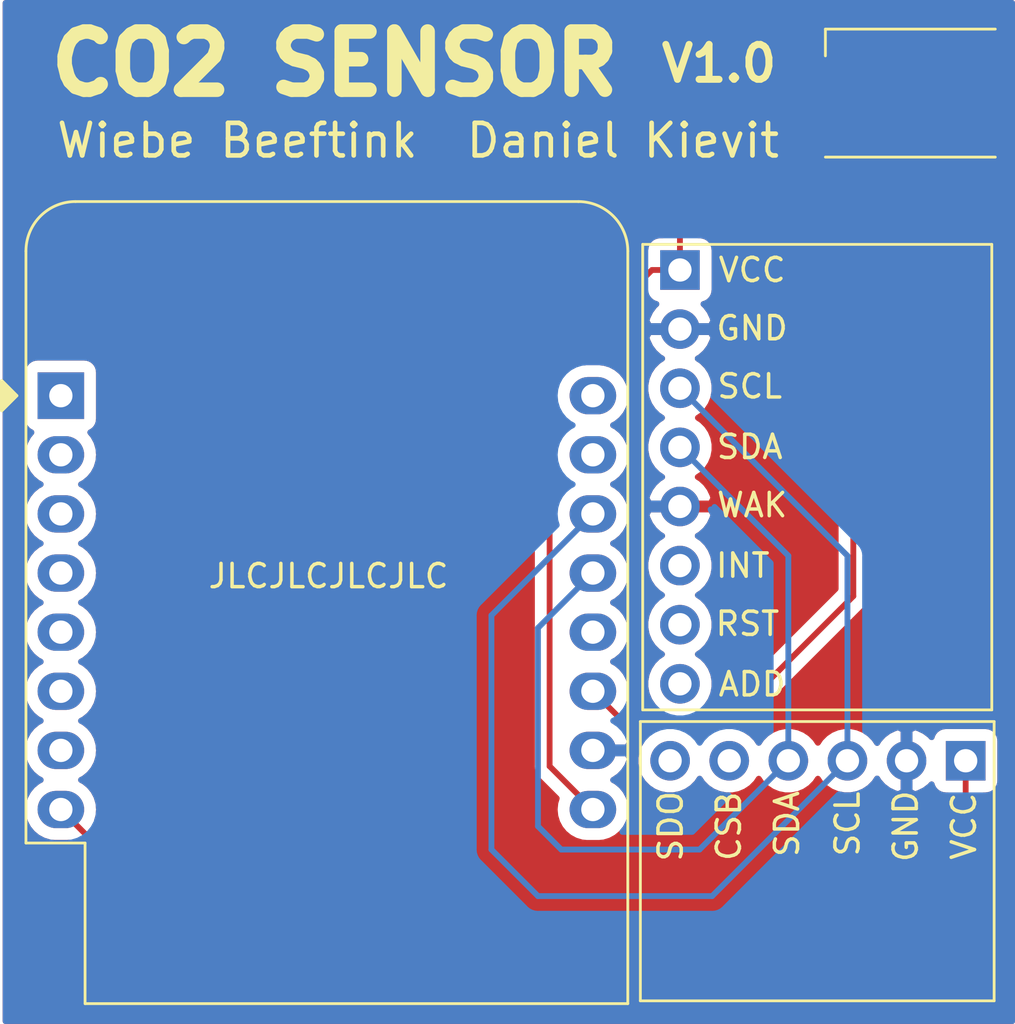
<source format=kicad_pcb>
(kicad_pcb (version 20171130) (host pcbnew "(5.1.10)-1")

  (general
    (thickness 1.6)
    (drawings 4)
    (tracks 29)
    (zones 0)
    (modules 4)
    (nets 23)
  )

  (page A4)
  (layers
    (0 F.Cu signal)
    (31 B.Cu signal)
    (32 B.Adhes user)
    (33 F.Adhes user)
    (34 B.Paste user)
    (35 F.Paste user)
    (36 B.SilkS user)
    (37 F.SilkS user)
    (38 B.Mask user)
    (39 F.Mask user)
    (40 Dwgs.User user)
    (41 Cmts.User user)
    (42 Eco1.User user)
    (43 Eco2.User user)
    (44 Edge.Cuts user)
    (45 Margin user)
    (46 B.CrtYd user)
    (47 F.CrtYd user)
    (48 B.Fab user)
    (49 F.Fab user)
  )

  (setup
    (last_trace_width 0.25)
    (trace_clearance 0.2)
    (zone_clearance 0.508)
    (zone_45_only no)
    (trace_min 0.2)
    (via_size 0.8)
    (via_drill 0.4)
    (via_min_size 0.4)
    (via_min_drill 0.3)
    (uvia_size 0.3)
    (uvia_drill 0.1)
    (uvias_allowed no)
    (uvia_min_size 0.2)
    (uvia_min_drill 0.1)
    (edge_width 0.05)
    (segment_width 0.2)
    (pcb_text_width 0.3)
    (pcb_text_size 1.5 1.5)
    (mod_edge_width 0.12)
    (mod_text_size 1 1)
    (mod_text_width 0.15)
    (pad_size 1.524 1.524)
    (pad_drill 0.762)
    (pad_to_mask_clearance 0)
    (aux_axis_origin 0 0)
    (visible_elements 7FFFFFFF)
    (pcbplotparams
      (layerselection 0x010f0_ffffffff)
      (usegerberextensions false)
      (usegerberattributes true)
      (usegerberadvancedattributes true)
      (creategerberjobfile true)
      (excludeedgelayer true)
      (linewidth 0.100000)
      (plotframeref false)
      (viasonmask false)
      (mode 1)
      (useauxorigin true)
      (hpglpennumber 1)
      (hpglpenspeed 20)
      (hpglpendiameter 15.000000)
      (psnegative false)
      (psa4output false)
      (plotreference true)
      (plotvalue true)
      (plotinvisibletext false)
      (padsonsilk false)
      (subtractmaskfromsilk false)
      (outputformat 1)
      (mirror false)
      (drillshape 0)
      (scaleselection 1)
      (outputdirectory "plots"))
  )

  (net 0 "")
  (net 1 GND)
  (net 2 "Net-(D1-Pad2)")
  (net 3 din)
  (net 4 +5V)
  (net 5 sda)
  (net 6 scl)
  (net 7 "Net-(J2-Pad8)")
  (net 8 "Net-(J2-Pad7)")
  (net 9 "Net-(J2-Pad6)")
  (net 10 "Net-(U1-Pad16)")
  (net 11 "Net-(U1-Pad15)")
  (net 12 "Net-(U1-Pad12)")
  (net 13 "Net-(U1-Pad7)")
  (net 14 "Net-(U1-Pad6)")
  (net 15 "Net-(U1-Pad5)")
  (net 16 "Net-(U1-Pad4)")
  (net 17 "Net-(U1-Pad3)")
  (net 18 "Net-(U1-Pad1)")
  (net 19 "Net-(U1-Pad2)")
  (net 20 "Net-(J1-Pad6)")
  (net 21 "Net-(J1-Pad5)")
  (net 22 +3V3)

  (net_class Default "This is the default net class."
    (clearance 0.2)
    (trace_width 0.25)
    (via_dia 0.8)
    (via_drill 0.4)
    (uvia_dia 0.3)
    (uvia_drill 0.1)
    (add_net +3V3)
    (add_net +5V)
    (add_net GND)
    (add_net "Net-(D1-Pad2)")
    (add_net "Net-(J1-Pad5)")
    (add_net "Net-(J1-Pad6)")
    (add_net "Net-(J2-Pad6)")
    (add_net "Net-(J2-Pad7)")
    (add_net "Net-(J2-Pad8)")
    (add_net "Net-(U1-Pad1)")
    (add_net "Net-(U1-Pad12)")
    (add_net "Net-(U1-Pad15)")
    (add_net "Net-(U1-Pad16)")
    (add_net "Net-(U1-Pad2)")
    (add_net "Net-(U1-Pad3)")
    (add_net "Net-(U1-Pad4)")
    (add_net "Net-(U1-Pad5)")
    (add_net "Net-(U1-Pad6)")
    (add_net "Net-(U1-Pad7)")
    (add_net din)
    (add_net scl)
    (add_net sda)
  )

  (module Monitor:CCS811 (layer F.Cu) (tedit 60B19CC6) (tstamp 60B16640)
    (at 117 61)
    (path /60B25397)
    (fp_text reference J2 (at 6.17 11.16) (layer F.SilkS) hide
      (effects (font (size 1 1) (thickness 0.15)))
    )
    (fp_text value CCS811 (at 2.8 0.1 90) (layer F.Fab)
      (effects (font (size 1 1) (thickness 0.15)))
    )
    (fp_line (start -7.5 -10) (end 7.5 -10) (layer F.SilkS) (width 0.12))
    (fp_line (start 7.5 -10) (end 7.5 10) (layer F.SilkS) (width 0.12))
    (fp_line (start 7.5 10) (end -7.5 10) (layer F.SilkS) (width 0.12))
    (fp_line (start -7.5 -10) (end -7.5 10) (layer F.SilkS) (width 0.12))
    (fp_text user ADD (at -2.8 8.9) (layer F.SilkS)
      (effects (font (size 1 1) (thickness 0.15)))
    )
    (fp_text user RST (at -3 6.3) (layer F.SilkS)
      (effects (font (size 1 1) (thickness 0.15)))
    )
    (fp_text user INT (at -3.2 3.8) (layer F.SilkS)
      (effects (font (size 1 1) (thickness 0.15)))
    )
    (fp_text user WAK (at -2.8 1.2) (layer F.SilkS)
      (effects (font (size 1 1) (thickness 0.15)))
    )
    (fp_text user SDA (at -2.9 -1.3) (layer F.SilkS)
      (effects (font (size 1 1) (thickness 0.15)))
    )
    (fp_text user SCL (at -2.9 -3.9) (layer F.SilkS)
      (effects (font (size 1 1) (thickness 0.15)))
    )
    (fp_text user GND (at -2.8 -6.4) (layer F.SilkS)
      (effects (font (size 1 1) (thickness 0.15)))
    )
    (fp_text user VCC (at -2.8 -8.9) (layer F.SilkS)
      (effects (font (size 1 1) (thickness 0.15)))
    )
    (pad 4 thru_hole oval (at -5.9 -1.28) (size 1.7 1.7) (drill 1) (layers *.Cu *.Mask)
      (net 5 sda))
    (pad 7 thru_hole oval (at -5.9 6.34) (size 1.7 1.7) (drill 1) (layers *.Cu *.Mask)
      (net 8 "Net-(J2-Pad7)"))
    (pad 5 thru_hole oval (at -5.9 1.26) (size 1.7 1.7) (drill 1) (layers *.Cu *.Mask)
      (net 1 GND))
    (pad 2 thru_hole oval (at -5.9 -6.36) (size 1.7 1.7) (drill 1) (layers *.Cu *.Mask)
      (net 1 GND))
    (pad 3 thru_hole oval (at -5.9 -3.82) (size 1.7 1.7) (drill 1) (layers *.Cu *.Mask)
      (net 6 scl))
    (pad 6 thru_hole oval (at -5.9 3.8) (size 1.7 1.7) (drill 1) (layers *.Cu *.Mask)
      (net 9 "Net-(J2-Pad6)"))
    (pad 8 thru_hole oval (at -5.9 8.88) (size 1.7 1.7) (drill 1) (layers *.Cu *.Mask)
      (net 7 "Net-(J2-Pad8)"))
    (pad 1 thru_hole rect (at -5.9 -8.9) (size 1.7 1.7) (drill 1) (layers *.Cu *.Mask)
      (net 4 +5V))
  )

  (module Monitor:BMP280 (layer F.Cu) (tedit 60B19CCF) (tstamp 60B2181E)
    (at 117 77.5 270)
    (path /60B1AB60)
    (fp_text reference J1 (at -6.89 6.83) (layer F.SilkS) hide
      (effects (font (size 1 1) (thickness 0.15)))
    )
    (fp_text value BMP280 (at 3 0 unlocked) (layer F.Fab)
      (effects (font (size 1 1) (thickness 0.15)))
    )
    (fp_line (start -2.945329 7.592611) (end -5.485329 7.592611) (layer F.Fab) (width 0.1))
    (fp_line (start 6 7.6) (end 6 -7.6) (layer F.SilkS) (width 0.12))
    (fp_line (start -6 -7.6) (end 6 -7.6) (layer F.SilkS) (width 0.12))
    (fp_line (start -6 7.6) (end -6 -7.6) (layer F.SilkS) (width 0.12))
    (fp_line (start 6 7.6) (end -6 7.6) (layer F.SilkS) (width 0.12))
    (fp_text user SDO (at -1.5 6.3 90) (layer F.SilkS)
      (effects (font (size 1 1) (thickness 0.15)))
    )
    (fp_text user CSB (at -1.5 3.8 90) (layer F.SilkS)
      (effects (font (size 1 1) (thickness 0.15)))
    )
    (fp_text user SDA (at -1.6 1.3 90) (layer F.SilkS)
      (effects (font (size 1 1) (thickness 0.15)))
    )
    (fp_text user SCL (at -1.6 -1.3 90) (layer F.SilkS)
      (effects (font (size 1 1) (thickness 0.15)))
    )
    (fp_text user GND (at -1.5 -3.8 90) (layer F.SilkS)
      (effects (font (size 1 1) (thickness 0.15)))
    )
    (fp_text user VCC (at -1.5 -6.3 90) (layer F.SilkS)
      (effects (font (size 1 1) (thickness 0.15)))
    )
    (pad 3 thru_hole oval (at -4.315329 -1.297389 270) (size 1.7 1.7) (drill 1) (layers *.Cu *.Mask)
      (net 6 scl))
    (pad 6 thru_hole oval (at -4.315329 6.322611 270) (size 1.7 1.7) (drill 1) (layers *.Cu *.Mask)
      (net 20 "Net-(J1-Pad6)"))
    (pad 2 thru_hole oval (at -4.315329 -3.837389 270) (size 1.7 1.7) (drill 1) (layers *.Cu *.Mask)
      (net 1 GND))
    (pad 4 thru_hole oval (at -4.315329 1.242611 270) (size 1.7 1.7) (drill 1) (layers *.Cu *.Mask)
      (net 5 sda))
    (pad 5 thru_hole oval (at -4.315329 3.782611 270) (size 1.7 1.7) (drill 1) (layers *.Cu *.Mask)
      (net 21 "Net-(J1-Pad5)"))
    (pad 1 thru_hole rect (at -4.315329 -6.377389 270) (size 1.7 1.7) (drill 1) (layers *.Cu *.Mask)
      (net 22 +3V3))
  )

  (module Module:WEMOS_D1_mini_light (layer F.Cu) (tedit 5BBFB1CE) (tstamp 60B19065)
    (at 84.5 57.5)
    (descr "16-pin module, column spacing 22.86 mm (900 mils), https://wiki.wemos.cc/products:d1:d1_mini, https://c1.staticflickr.com/1/734/31400410271_f278b087db_z.jpg")
    (tags "ESP8266 WiFi microcontroller")
    (path /60B1ABDB)
    (fp_text reference U1 (at -0.33 22.35) (layer F.SilkS) hide
      (effects (font (size 1 1) (thickness 0.15)))
    )
    (fp_text value WeMos_D1_mini (at 11.7 0) (layer F.Fab)
      (effects (font (size 1 1) (thickness 0.15)))
    )
    (fp_line (start 1.04 26.12) (end 24.36 26.12) (layer F.SilkS) (width 0.12))
    (fp_line (start -1.5 19.22) (end -1.5 -6.21) (layer F.SilkS) (width 0.12))
    (fp_line (start 24.36 26.12) (end 24.36 -6.21) (layer F.SilkS) (width 0.12))
    (fp_line (start 22.24 -8.34) (end 0.63 -8.34) (layer F.SilkS) (width 0.12))
    (fp_line (start 1.17 25.99) (end 24.23 25.99) (layer F.Fab) (width 0.1))
    (fp_line (start 24.23 25.99) (end 24.23 -6.21) (layer F.Fab) (width 0.1))
    (fp_line (start 22.23 -8.21) (end 0.63 -8.21) (layer F.Fab) (width 0.1))
    (fp_line (start -1.37 1) (end -1.37 19.09) (layer F.Fab) (width 0.1))
    (fp_line (start -1.62 -8.46) (end 24.48 -8.46) (layer F.CrtYd) (width 0.05))
    (fp_line (start 24.48 -8.41) (end 24.48 26.24) (layer F.CrtYd) (width 0.05))
    (fp_line (start 24.48 26.24) (end -1.62 26.24) (layer F.CrtYd) (width 0.05))
    (fp_line (start -1.62 26.24) (end -1.62 -8.46) (layer F.CrtYd) (width 0.05))
    (fp_poly (pts (xy -2.54 -0.635) (xy -2.54 0.635) (xy -1.905 0)) (layer F.SilkS) (width 0.15))
    (fp_line (start -1.35 -1.4) (end 24.25 -1.4) (layer Dwgs.User) (width 0.1))
    (fp_line (start 24.25 -1.4) (end 24.25 -8.2) (layer Dwgs.User) (width 0.1))
    (fp_line (start 24.25 -8.2) (end -1.35 -8.2) (layer Dwgs.User) (width 0.1))
    (fp_line (start -1.35 -8.2) (end -1.35 -1.4) (layer Dwgs.User) (width 0.1))
    (fp_line (start -1.35 -1.4) (end 5.45 -8.2) (layer Dwgs.User) (width 0.1))
    (fp_line (start 0.65 -1.4) (end 7.45 -8.2) (layer Dwgs.User) (width 0.1))
    (fp_line (start 2.65 -1.4) (end 9.45 -8.2) (layer Dwgs.User) (width 0.1))
    (fp_line (start 4.65 -1.4) (end 11.45 -8.2) (layer Dwgs.User) (width 0.1))
    (fp_line (start 6.65 -1.4) (end 13.45 -8.2) (layer Dwgs.User) (width 0.1))
    (fp_line (start 8.65 -1.4) (end 15.45 -8.2) (layer Dwgs.User) (width 0.1))
    (fp_line (start 10.65 -1.4) (end 17.45 -8.2) (layer Dwgs.User) (width 0.1))
    (fp_line (start 12.65 -1.4) (end 19.45 -8.2) (layer Dwgs.User) (width 0.1))
    (fp_line (start 14.65 -1.4) (end 21.45 -8.2) (layer Dwgs.User) (width 0.1))
    (fp_line (start 16.65 -1.4) (end 23.45 -8.2) (layer Dwgs.User) (width 0.1))
    (fp_line (start 18.65 -1.4) (end 24.25 -7) (layer Dwgs.User) (width 0.1))
    (fp_line (start 20.65 -1.4) (end 24.25 -5) (layer Dwgs.User) (width 0.1))
    (fp_line (start 22.65 -1.4) (end 24.25 -3) (layer Dwgs.User) (width 0.1))
    (fp_line (start -1.35 -3.4) (end 3.45 -8.2) (layer Dwgs.User) (width 0.1))
    (fp_line (start -1.3 -5.45) (end 1.45 -8.2) (layer Dwgs.User) (width 0.1))
    (fp_line (start -1.35 -7.4) (end -0.55 -8.2) (layer Dwgs.User) (width 0.1))
    (fp_line (start -1.37 19.09) (end 1.17 19.09) (layer F.Fab) (width 0.1))
    (fp_line (start 1.17 19.09) (end 1.17 25.99) (layer F.Fab) (width 0.1))
    (fp_line (start -1.37 -6.21) (end -1.37 -1) (layer F.Fab) (width 0.1))
    (fp_line (start -1.37 1) (end -0.37 0) (layer F.Fab) (width 0.1))
    (fp_line (start -0.37 0) (end -1.37 -1) (layer F.Fab) (width 0.1))
    (fp_line (start -1.5 19.22) (end 1.04 19.22) (layer F.SilkS) (width 0.12))
    (fp_line (start 1.04 19.22) (end 1.04 26.12) (layer F.SilkS) (width 0.12))
    (fp_text user "No copper" (at 11.43 -3.81) (layer Cmts.User)
      (effects (font (size 1 1) (thickness 0.15)))
    )
    (fp_text user "KEEP OUT" (at 11.43 -6.35) (layer Cmts.User)
      (effects (font (size 1 1) (thickness 0.15)))
    )
    (fp_arc (start 22.23 -6.21) (end 24.36 -6.21) (angle -90) (layer F.SilkS) (width 0.12))
    (fp_arc (start 0.63 -6.21) (end 0.63 -8.34) (angle -90) (layer F.SilkS) (width 0.12))
    (fp_arc (start 22.23 -6.21) (end 24.23 -6.19) (angle -90) (layer F.Fab) (width 0.1))
    (fp_arc (start 0.63 -6.21) (end 0.63 -8.21) (angle -90) (layer F.Fab) (width 0.1))
    (fp_text user %R (at 11.43 10) (layer F.Fab)
      (effects (font (size 1 1) (thickness 0.15)))
    )
    (pad 16 thru_hole oval (at 22.86 0) (size 2 1.6) (drill 1) (layers *.Cu *.Mask)
      (net 10 "Net-(U1-Pad16)"))
    (pad 15 thru_hole oval (at 22.86 2.54) (size 2 1.6) (drill 1) (layers *.Cu *.Mask)
      (net 11 "Net-(U1-Pad15)"))
    (pad 14 thru_hole oval (at 22.86 5.08) (size 2 1.6) (drill 1) (layers *.Cu *.Mask)
      (net 6 scl))
    (pad 13 thru_hole oval (at 22.86 7.62) (size 2 1.6) (drill 1) (layers *.Cu *.Mask)
      (net 5 sda))
    (pad 12 thru_hole oval (at 22.86 10.16) (size 2 1.6) (drill 1) (layers *.Cu *.Mask)
      (net 12 "Net-(U1-Pad12)"))
    (pad 11 thru_hole oval (at 22.86 12.7) (size 2 1.6) (drill 1) (layers *.Cu *.Mask)
      (net 3 din))
    (pad 10 thru_hole oval (at 22.86 15.24) (size 2 1.6) (drill 1) (layers *.Cu *.Mask)
      (net 1 GND))
    (pad 9 thru_hole oval (at 22.86 17.78) (size 2 1.6) (drill 1) (layers *.Cu *.Mask)
      (net 4 +5V))
    (pad 8 thru_hole oval (at 0 17.78) (size 2 1.6) (drill 1) (layers *.Cu *.Mask)
      (net 22 +3V3))
    (pad 7 thru_hole oval (at 0 15.24) (size 2 1.6) (drill 1) (layers *.Cu *.Mask)
      (net 13 "Net-(U1-Pad7)"))
    (pad 6 thru_hole oval (at 0 12.7) (size 2 1.6) (drill 1) (layers *.Cu *.Mask)
      (net 14 "Net-(U1-Pad6)"))
    (pad 5 thru_hole oval (at 0 10.16) (size 2 1.6) (drill 1) (layers *.Cu *.Mask)
      (net 15 "Net-(U1-Pad5)"))
    (pad 4 thru_hole oval (at 0 7.62) (size 2 1.6) (drill 1) (layers *.Cu *.Mask)
      (net 16 "Net-(U1-Pad4)"))
    (pad 3 thru_hole oval (at 0 5.08) (size 2 1.6) (drill 1) (layers *.Cu *.Mask)
      (net 17 "Net-(U1-Pad3)"))
    (pad 1 thru_hole rect (at 0 0) (size 2 2) (drill 1) (layers *.Cu *.Mask)
      (net 18 "Net-(U1-Pad1)"))
    (pad 2 thru_hole oval (at 0 2.54) (size 2 1.6) (drill 1) (layers *.Cu *.Mask)
      (net 19 "Net-(U1-Pad2)"))
    (model ${KISYS3DMOD}/Module.3dshapes/WEMOS_D1_mini_light.wrl
      (at (xyz 0 0 0))
      (scale (xyz 1 1 1))
      (rotate (xyz 0 0 0))
    )
    (model ${KISYS3DMOD}/Connector_PinHeader_2.54mm.3dshapes/PinHeader_1x08_P2.54mm_Vertical.wrl
      (offset (xyz 0 0 9.5))
      (scale (xyz 1 1 1))
      (rotate (xyz 0 -180 0))
    )
    (model ${KISYS3DMOD}/Connector_PinHeader_2.54mm.3dshapes/PinHeader_1x08_P2.54mm_Vertical.wrl
      (offset (xyz 22.86 0 9.5))
      (scale (xyz 1 1 1))
      (rotate (xyz 0 -180 0))
    )
    (model ${KISYS3DMOD}/Connector_PinSocket_2.54mm.3dshapes/PinSocket_1x08_P2.54mm_Vertical.wrl
      (at (xyz 0 0 0))
      (scale (xyz 1 1 1))
      (rotate (xyz 0 0 0))
    )
    (model ${KISYS3DMOD}/Connector_PinSocket_2.54mm.3dshapes/PinSocket_1x08_P2.54mm_Vertical.wrl
      (offset (xyz 22.86 0 0))
      (scale (xyz 1 1 1))
      (rotate (xyz 0 0 0))
    )
  )

  (module LED_SMD:LED_WS2812B_PLCC4_5.0x5.0mm_P3.2mm (layer F.Cu) (tedit 5AA4B285) (tstamp 60B195C4)
    (at 121 44.5 180)
    (descr https://cdn-shop.adafruit.com/datasheets/WS2812B.pdf)
    (tags "LED RGB NeoPixel")
    (path /60B45FFC)
    (attr smd)
    (fp_text reference D1 (at 0.05 0.05) (layer F.SilkS) hide
      (effects (font (size 1 1) (thickness 0.15)))
    )
    (fp_text value WS2812B (at 0 -3.5) (layer F.Fab) hide
      (effects (font (size 1 1) (thickness 0.15)))
    )
    (fp_line (start 3.45 -2.75) (end -3.45 -2.75) (layer F.CrtYd) (width 0.05))
    (fp_line (start 3.45 2.75) (end 3.45 -2.75) (layer F.CrtYd) (width 0.05))
    (fp_line (start -3.45 2.75) (end 3.45 2.75) (layer F.CrtYd) (width 0.05))
    (fp_line (start -3.45 -2.75) (end -3.45 2.75) (layer F.CrtYd) (width 0.05))
    (fp_line (start 2.5 1.5) (end 1.5 2.5) (layer F.Fab) (width 0.1))
    (fp_line (start -2.5 -2.5) (end -2.5 2.5) (layer F.Fab) (width 0.1))
    (fp_line (start -2.5 2.5) (end 2.5 2.5) (layer F.Fab) (width 0.1))
    (fp_line (start 2.5 2.5) (end 2.5 -2.5) (layer F.Fab) (width 0.1))
    (fp_line (start 2.5 -2.5) (end -2.5 -2.5) (layer F.Fab) (width 0.1))
    (fp_line (start -3.65 -2.75) (end 3.65 -2.75) (layer F.SilkS) (width 0.12))
    (fp_line (start -3.65 2.75) (end 3.65 2.75) (layer F.SilkS) (width 0.12))
    (fp_line (start 3.65 2.75) (end 3.65 1.6) (layer F.SilkS) (width 0.12))
    (fp_circle (center 0 0) (end 0 -2) (layer F.Fab) (width 0.1))
    (fp_text user %R (at 0 0) (layer F.Fab)
      (effects (font (size 0.8 0.8) (thickness 0.15)))
    )
    (fp_text user 1 (at -4.15 -1.6) (layer F.SilkS) hide
      (effects (font (size 1 1) (thickness 0.15)))
    )
    (pad 1 smd rect (at -2.45 -1.6 180) (size 1.5 1) (layers F.Cu F.Paste F.Mask)
      (net 1 GND))
    (pad 2 smd rect (at -2.45 1.6 180) (size 1.5 1) (layers F.Cu F.Paste F.Mask)
      (net 2 "Net-(D1-Pad2)"))
    (pad 4 smd rect (at 2.45 -1.6 180) (size 1.5 1) (layers F.Cu F.Paste F.Mask)
      (net 3 din))
    (pad 3 smd rect (at 2.45 1.6 180) (size 1.5 1) (layers F.Cu F.Paste F.Mask)
      (net 4 +5V))
    (model ${KISYS3DMOD}/LED_SMD.3dshapes/LED_WS2812B_PLCC4_5.0x5.0mm_P3.2mm.wrl
      (at (xyz 0 0 0))
      (scale (xyz 1 1 1))
      (rotate (xyz 0 0 0))
    )
  )

  (gr_text JLCJLCJLCJLC (at 96 65.25) (layer F.SilkS)
    (effects (font (size 1 1) (thickness 0.15)))
  )
  (gr_text "Wiebe Beeftink  Daniel Kievit" (at 99.85 46.54) (layer F.SilkS)
    (effects (font (size 1.4 1.4) (thickness 0.2)))
  )
  (gr_text V1.0 (at 112.78 43.23) (layer F.SilkS)
    (effects (font (size 1.5 1.5) (thickness 0.3)))
  )
  (gr_text "CO2 SENSOR" (at 96.27 43.23) (layer F.SilkS)
    (effects (font (size 2.5 2.5) (thickness 0.625)))
  )

  (segment (start 118.55 66.113058) (end 113.063058 71.6) (width 0.25) (layer F.Cu) (net 3))
  (segment (start 118.55 46.1) (end 118.55 66.113058) (width 0.25) (layer F.Cu) (net 3))
  (segment (start 108.76 71.6) (end 107.36 70.2) (width 0.25) (layer F.Cu) (net 3))
  (segment (start 113.063058 71.6) (end 108.76 71.6) (width 0.25) (layer F.Cu) (net 3))
  (segment (start 111.1 50.35) (end 111.1 52.1) (width 0.25) (layer F.Cu) (net 4))
  (segment (start 111.1 52.1) (end 109.9 52.1) (width 0.25) (layer F.Cu) (net 4))
  (segment (start 109.9 52.1) (end 105.5 56.5) (width 0.25) (layer F.Cu) (net 4))
  (segment (start 105.5 73.42) (end 107.36 75.28) (width 0.25) (layer F.Cu) (net 4))
  (segment (start 105.5 56.5) (end 105.5 73.42) (width 0.25) (layer F.Cu) (net 4))
  (segment (start 118.55 42.9) (end 111.1 50.35) (width 0.25) (layer F.Cu) (net 4))
  (segment (start 105 76) (end 105 67.48) (width 0.25) (layer B.Cu) (net 5))
  (segment (start 106 77) (end 105 76) (width 0.25) (layer B.Cu) (net 5))
  (segment (start 111.94206 77) (end 106 77) (width 0.25) (layer B.Cu) (net 5))
  (segment (start 105 67.48) (end 107.36 65.12) (width 0.25) (layer B.Cu) (net 5))
  (segment (start 115.757389 73.184671) (end 111.94206 77) (width 0.25) (layer B.Cu) (net 5))
  (segment (start 115.757389 64.377389) (end 115.757389 73.184671) (width 0.25) (layer B.Cu) (net 5))
  (segment (start 111.1 59.72) (end 115.757389 64.377389) (width 0.25) (layer B.Cu) (net 5))
  (segment (start 118.297389 64.377389) (end 118.297389 73.184671) (width 0.25) (layer B.Cu) (net 6))
  (segment (start 111.1 57.18) (end 118.297389 64.377389) (width 0.25) (layer B.Cu) (net 6))
  (segment (start 107.36 62.58) (end 103 66.94) (width 0.25) (layer B.Cu) (net 6))
  (segment (start 103 66.94) (end 103 77) (width 0.25) (layer B.Cu) (net 6))
  (segment (start 103 77) (end 105 79) (width 0.25) (layer B.Cu) (net 6))
  (segment (start 112.48206 79) (end 118.297389 73.184671) (width 0.25) (layer B.Cu) (net 6))
  (segment (start 105 79) (end 112.48206 79) (width 0.25) (layer B.Cu) (net 6))
  (segment (start 84.5 75.28) (end 83.78 75.28) (width 0.25) (layer B.Cu) (net 22))
  (segment (start 84.5 75.28) (end 91.22 82) (width 0.25) (layer F.Cu) (net 22))
  (segment (start 91.22 82) (end 120.5 82) (width 0.25) (layer F.Cu) (net 22))
  (segment (start 123.377389 79.122611) (end 123.377389 73.184671) (width 0.25) (layer F.Cu) (net 22))
  (segment (start 120.5 82) (end 123.377389 79.122611) (width 0.25) (layer F.Cu) (net 22))

  (zone (net 1) (net_name GND) (layer B.Cu) (tstamp 60B23B02) (hatch edge 0.508)
    (connect_pads (clearance 0.508))
    (min_thickness 0.254)
    (fill yes (arc_segments 32) (thermal_gap 0.508) (thermal_bridge_width 0.508))
    (polygon
      (pts
        (xy 125.5 84.5) (xy 82 84.5) (xy 82 40.5) (xy 125.5 40.5)
      )
    )
    (filled_polygon
      (pts
        (xy 125.373 84.373) (xy 82.127 84.373) (xy 82.127 60.04) (xy 82.858057 60.04) (xy 82.885764 60.321309)
        (xy 82.967818 60.591808) (xy 83.101068 60.841101) (xy 83.280392 61.059608) (xy 83.498899 61.238932) (xy 83.631858 61.31)
        (xy 83.498899 61.381068) (xy 83.280392 61.560392) (xy 83.101068 61.778899) (xy 82.967818 62.028192) (xy 82.885764 62.298691)
        (xy 82.858057 62.58) (xy 82.885764 62.861309) (xy 82.967818 63.131808) (xy 83.101068 63.381101) (xy 83.280392 63.599608)
        (xy 83.498899 63.778932) (xy 83.631858 63.85) (xy 83.498899 63.921068) (xy 83.280392 64.100392) (xy 83.101068 64.318899)
        (xy 82.967818 64.568192) (xy 82.885764 64.838691) (xy 82.858057 65.12) (xy 82.885764 65.401309) (xy 82.967818 65.671808)
        (xy 83.101068 65.921101) (xy 83.280392 66.139608) (xy 83.498899 66.318932) (xy 83.631858 66.39) (xy 83.498899 66.461068)
        (xy 83.280392 66.640392) (xy 83.101068 66.858899) (xy 82.967818 67.108192) (xy 82.885764 67.378691) (xy 82.858057 67.66)
        (xy 82.885764 67.941309) (xy 82.967818 68.211808) (xy 83.101068 68.461101) (xy 83.280392 68.679608) (xy 83.498899 68.858932)
        (xy 83.631858 68.93) (xy 83.498899 69.001068) (xy 83.280392 69.180392) (xy 83.101068 69.398899) (xy 82.967818 69.648192)
        (xy 82.885764 69.918691) (xy 82.858057 70.2) (xy 82.885764 70.481309) (xy 82.967818 70.751808) (xy 83.101068 71.001101)
        (xy 83.280392 71.219608) (xy 83.498899 71.398932) (xy 83.631858 71.47) (xy 83.498899 71.541068) (xy 83.280392 71.720392)
        (xy 83.101068 71.938899) (xy 82.967818 72.188192) (xy 82.885764 72.458691) (xy 82.858057 72.74) (xy 82.885764 73.021309)
        (xy 82.967818 73.291808) (xy 83.101068 73.541101) (xy 83.280392 73.759608) (xy 83.498899 73.938932) (xy 83.631858 74.01)
        (xy 83.498899 74.081068) (xy 83.280392 74.260392) (xy 83.101068 74.478899) (xy 82.967818 74.728192) (xy 82.885764 74.998691)
        (xy 82.858057 75.28) (xy 82.885764 75.561309) (xy 82.967818 75.831808) (xy 83.101068 76.081101) (xy 83.280392 76.299608)
        (xy 83.498899 76.478932) (xy 83.748192 76.612182) (xy 84.018691 76.694236) (xy 84.229508 76.715) (xy 84.770492 76.715)
        (xy 84.981309 76.694236) (xy 85.251808 76.612182) (xy 85.501101 76.478932) (xy 85.719608 76.299608) (xy 85.898932 76.081101)
        (xy 86.032182 75.831808) (xy 86.114236 75.561309) (xy 86.141943 75.28) (xy 86.114236 74.998691) (xy 86.032182 74.728192)
        (xy 85.898932 74.478899) (xy 85.719608 74.260392) (xy 85.501101 74.081068) (xy 85.368142 74.01) (xy 85.501101 73.938932)
        (xy 85.719608 73.759608) (xy 85.898932 73.541101) (xy 86.032182 73.291808) (xy 86.114236 73.021309) (xy 86.141943 72.74)
        (xy 86.114236 72.458691) (xy 86.032182 72.188192) (xy 85.898932 71.938899) (xy 85.719608 71.720392) (xy 85.501101 71.541068)
        (xy 85.368142 71.47) (xy 85.501101 71.398932) (xy 85.719608 71.219608) (xy 85.898932 71.001101) (xy 86.032182 70.751808)
        (xy 86.114236 70.481309) (xy 86.141943 70.2) (xy 86.114236 69.918691) (xy 86.032182 69.648192) (xy 85.898932 69.398899)
        (xy 85.719608 69.180392) (xy 85.501101 69.001068) (xy 85.368142 68.93) (xy 85.501101 68.858932) (xy 85.719608 68.679608)
        (xy 85.898932 68.461101) (xy 86.032182 68.211808) (xy 86.114236 67.941309) (xy 86.141943 67.66) (xy 86.114236 67.378691)
        (xy 86.032182 67.108192) (xy 85.942282 66.94) (xy 102.236324 66.94) (xy 102.24 66.977322) (xy 102.240001 76.962668)
        (xy 102.236324 77) (xy 102.250998 77.148985) (xy 102.294454 77.292246) (xy 102.365026 77.424276) (xy 102.436201 77.511002)
        (xy 102.46 77.540001) (xy 102.488998 77.563799) (xy 104.436201 79.511003) (xy 104.459999 79.540001) (xy 104.488997 79.563799)
        (xy 104.575723 79.634974) (xy 104.707753 79.705546) (xy 104.851014 79.749003) (xy 104.962667 79.76) (xy 104.962676 79.76)
        (xy 104.999999 79.763676) (xy 105.037322 79.76) (xy 112.444738 79.76) (xy 112.48206 79.763676) (xy 112.519382 79.76)
        (xy 112.519393 79.76) (xy 112.631046 79.749003) (xy 112.774307 79.705546) (xy 112.906336 79.634974) (xy 113.022061 79.540001)
        (xy 113.045864 79.510997) (xy 117.930981 74.625881) (xy 118.151129 74.669671) (xy 118.443649 74.669671) (xy 118.730547 74.612603)
        (xy 119.0008 74.500661) (xy 119.244021 74.338146) (xy 119.450864 74.131303) (xy 119.572584 73.949137) (xy 119.642211 74.066026)
        (xy 119.83712 74.282259) (xy 120.070469 74.456312) (xy 120.33329 74.581496) (xy 120.480499 74.626147) (xy 120.710389 74.504826)
        (xy 120.710389 73.311671) (xy 120.690389 73.311671) (xy 120.690389 73.057671) (xy 120.710389 73.057671) (xy 120.710389 71.864516)
        (xy 120.964389 71.864516) (xy 120.964389 73.057671) (xy 120.984389 73.057671) (xy 120.984389 73.311671) (xy 120.964389 73.311671)
        (xy 120.964389 74.504826) (xy 121.194279 74.626147) (xy 121.341488 74.581496) (xy 121.604309 74.456312) (xy 121.837658 74.282259)
        (xy 121.913423 74.198205) (xy 121.937887 74.278851) (xy 121.996852 74.389165) (xy 122.076204 74.485856) (xy 122.172895 74.565208)
        (xy 122.283209 74.624173) (xy 122.402907 74.660483) (xy 122.527389 74.672743) (xy 124.227389 74.672743) (xy 124.351871 74.660483)
        (xy 124.471569 74.624173) (xy 124.581883 74.565208) (xy 124.678574 74.485856) (xy 124.757926 74.389165) (xy 124.816891 74.278851)
        (xy 124.853201 74.159153) (xy 124.865461 74.034671) (xy 124.865461 72.334671) (xy 124.853201 72.210189) (xy 124.816891 72.090491)
        (xy 124.757926 71.980177) (xy 124.678574 71.883486) (xy 124.581883 71.804134) (xy 124.471569 71.745169) (xy 124.351871 71.708859)
        (xy 124.227389 71.696599) (xy 122.527389 71.696599) (xy 122.402907 71.708859) (xy 122.283209 71.745169) (xy 122.172895 71.804134)
        (xy 122.076204 71.883486) (xy 121.996852 71.980177) (xy 121.937887 72.090491) (xy 121.913423 72.171137) (xy 121.837658 72.087083)
        (xy 121.604309 71.91303) (xy 121.341488 71.787846) (xy 121.194279 71.743195) (xy 120.964389 71.864516) (xy 120.710389 71.864516)
        (xy 120.480499 71.743195) (xy 120.33329 71.787846) (xy 120.070469 71.91303) (xy 119.83712 72.087083) (xy 119.642211 72.303316)
        (xy 119.572584 72.420205) (xy 119.450864 72.238039) (xy 119.244021 72.031196) (xy 119.057389 71.906493) (xy 119.057389 64.414711)
        (xy 119.061065 64.377388) (xy 119.057389 64.340065) (xy 119.057389 64.340056) (xy 119.046392 64.228403) (xy 119.002935 64.085142)
        (xy 118.932364 63.953114) (xy 118.932363 63.953112) (xy 118.861188 63.866386) (xy 118.83739 63.837388) (xy 118.808393 63.813591)
        (xy 112.541209 57.546408) (xy 112.585 57.32626) (xy 112.585 57.03374) (xy 112.527932 56.746842) (xy 112.41599 56.476589)
        (xy 112.253475 56.233368) (xy 112.046632 56.026525) (xy 111.864466 55.904805) (xy 111.981355 55.835178) (xy 112.197588 55.640269)
        (xy 112.371641 55.40692) (xy 112.496825 55.144099) (xy 112.541476 54.99689) (xy 112.420155 54.767) (xy 111.227 54.767)
        (xy 111.227 54.787) (xy 110.973 54.787) (xy 110.973 54.767) (xy 109.779845 54.767) (xy 109.658524 54.99689)
        (xy 109.703175 55.144099) (xy 109.828359 55.40692) (xy 110.002412 55.640269) (xy 110.218645 55.835178) (xy 110.335534 55.904805)
        (xy 110.153368 56.026525) (xy 109.946525 56.233368) (xy 109.78401 56.476589) (xy 109.672068 56.746842) (xy 109.615 57.03374)
        (xy 109.615 57.32626) (xy 109.672068 57.613158) (xy 109.78401 57.883411) (xy 109.946525 58.126632) (xy 110.153368 58.333475)
        (xy 110.32776 58.45) (xy 110.153368 58.566525) (xy 109.946525 58.773368) (xy 109.78401 59.016589) (xy 109.672068 59.286842)
        (xy 109.615 59.57374) (xy 109.615 59.86626) (xy 109.672068 60.153158) (xy 109.78401 60.423411) (xy 109.946525 60.666632)
        (xy 110.153368 60.873475) (xy 110.335534 60.995195) (xy 110.218645 61.064822) (xy 110.002412 61.259731) (xy 109.828359 61.49308)
        (xy 109.703175 61.755901) (xy 109.658524 61.90311) (xy 109.779845 62.133) (xy 110.973 62.133) (xy 110.973 62.113)
        (xy 111.227 62.113) (xy 111.227 62.133) (xy 111.247 62.133) (xy 111.247 62.387) (xy 111.227 62.387)
        (xy 111.227 62.407) (xy 110.973 62.407) (xy 110.973 62.387) (xy 109.779845 62.387) (xy 109.658524 62.61689)
        (xy 109.703175 62.764099) (xy 109.828359 63.02692) (xy 110.002412 63.260269) (xy 110.218645 63.455178) (xy 110.335534 63.524805)
        (xy 110.153368 63.646525) (xy 109.946525 63.853368) (xy 109.78401 64.096589) (xy 109.672068 64.366842) (xy 109.615 64.65374)
        (xy 109.615 64.94626) (xy 109.672068 65.233158) (xy 109.78401 65.503411) (xy 109.946525 65.746632) (xy 110.153368 65.953475)
        (xy 110.32776 66.07) (xy 110.153368 66.186525) (xy 109.946525 66.393368) (xy 109.78401 66.636589) (xy 109.672068 66.906842)
        (xy 109.615 67.19374) (xy 109.615 67.48626) (xy 109.672068 67.773158) (xy 109.78401 68.043411) (xy 109.946525 68.286632)
        (xy 110.153368 68.493475) (xy 110.32776 68.61) (xy 110.153368 68.726525) (xy 109.946525 68.933368) (xy 109.78401 69.176589)
        (xy 109.672068 69.446842) (xy 109.615 69.73374) (xy 109.615 70.02626) (xy 109.672068 70.313158) (xy 109.78401 70.583411)
        (xy 109.946525 70.826632) (xy 110.153368 71.033475) (xy 110.396589 71.19599) (xy 110.666842 71.307932) (xy 110.95374 71.365)
        (xy 111.24626 71.365) (xy 111.533158 71.307932) (xy 111.803411 71.19599) (xy 112.046632 71.033475) (xy 112.253475 70.826632)
        (xy 112.41599 70.583411) (xy 112.527932 70.313158) (xy 112.585 70.02626) (xy 112.585 69.73374) (xy 112.527932 69.446842)
        (xy 112.41599 69.176589) (xy 112.253475 68.933368) (xy 112.046632 68.726525) (xy 111.87224 68.61) (xy 112.046632 68.493475)
        (xy 112.253475 68.286632) (xy 112.41599 68.043411) (xy 112.527932 67.773158) (xy 112.585 67.48626) (xy 112.585 67.19374)
        (xy 112.527932 66.906842) (xy 112.41599 66.636589) (xy 112.253475 66.393368) (xy 112.046632 66.186525) (xy 111.87224 66.07)
        (xy 112.046632 65.953475) (xy 112.253475 65.746632) (xy 112.41599 65.503411) (xy 112.527932 65.233158) (xy 112.585 64.94626)
        (xy 112.585 64.65374) (xy 112.527932 64.366842) (xy 112.41599 64.096589) (xy 112.253475 63.853368) (xy 112.046632 63.646525)
        (xy 111.864466 63.524805) (xy 111.981355 63.455178) (xy 112.197588 63.260269) (xy 112.371641 63.02692) (xy 112.496825 62.764099)
        (xy 112.541476 62.61689) (xy 112.420156 62.387002) (xy 112.585 62.387002) (xy 112.585 62.279801) (xy 114.997389 64.692191)
        (xy 114.99739 71.906492) (xy 114.810757 72.031196) (xy 114.603914 72.238039) (xy 114.487389 72.412431) (xy 114.370864 72.238039)
        (xy 114.164021 72.031196) (xy 113.9208 71.868681) (xy 113.650547 71.756739) (xy 113.363649 71.699671) (xy 113.071129 71.699671)
        (xy 112.784231 71.756739) (xy 112.513978 71.868681) (xy 112.270757 72.031196) (xy 112.063914 72.238039) (xy 111.947389 72.412431)
        (xy 111.830864 72.238039) (xy 111.624021 72.031196) (xy 111.3808 71.868681) (xy 111.110547 71.756739) (xy 110.823649 71.699671)
        (xy 110.531129 71.699671) (xy 110.244231 71.756739) (xy 109.973978 71.868681) (xy 109.730757 72.031196) (xy 109.523914 72.238039)
        (xy 109.361399 72.48126) (xy 109.249457 72.751513) (xy 109.192389 73.038411) (xy 109.192389 73.330931) (xy 109.249457 73.617829)
        (xy 109.361399 73.888082) (xy 109.523914 74.131303) (xy 109.730757 74.338146) (xy 109.973978 74.500661) (xy 110.244231 74.612603)
        (xy 110.531129 74.669671) (xy 110.823649 74.669671) (xy 111.110547 74.612603) (xy 111.3808 74.500661) (xy 111.624021 74.338146)
        (xy 111.830864 74.131303) (xy 111.947389 73.956911) (xy 112.063914 74.131303) (xy 112.270757 74.338146) (xy 112.513978 74.500661)
        (xy 112.784231 74.612603) (xy 113.071129 74.669671) (xy 113.197588 74.669671) (xy 111.627259 76.24) (xy 108.628527 76.24)
        (xy 108.758932 76.081101) (xy 108.892182 75.831808) (xy 108.974236 75.561309) (xy 109.001943 75.28) (xy 108.974236 74.998691)
        (xy 108.892182 74.728192) (xy 108.758932 74.478899) (xy 108.579608 74.260392) (xy 108.361101 74.081068) (xy 108.231655 74.011878)
        (xy 108.249227 74.00443) (xy 108.482662 73.845673) (xy 108.680639 73.644425) (xy 108.835551 73.408421) (xy 108.941444 73.14673)
        (xy 108.951904 73.089039) (xy 108.829915 72.867) (xy 107.487 72.867) (xy 107.487 72.887) (xy 107.233 72.887)
        (xy 107.233 72.867) (xy 107.213 72.867) (xy 107.213 72.613) (xy 107.233 72.613) (xy 107.233 72.593)
        (xy 107.487 72.593) (xy 107.487 72.613) (xy 108.829915 72.613) (xy 108.951904 72.390961) (xy 108.941444 72.33327)
        (xy 108.835551 72.071579) (xy 108.680639 71.835575) (xy 108.482662 71.634327) (xy 108.249227 71.47557) (xy 108.231655 71.468122)
        (xy 108.361101 71.398932) (xy 108.579608 71.219608) (xy 108.758932 71.001101) (xy 108.892182 70.751808) (xy 108.974236 70.481309)
        (xy 109.001943 70.2) (xy 108.974236 69.918691) (xy 108.892182 69.648192) (xy 108.758932 69.398899) (xy 108.579608 69.180392)
        (xy 108.361101 69.001068) (xy 108.228142 68.93) (xy 108.361101 68.858932) (xy 108.579608 68.679608) (xy 108.758932 68.461101)
        (xy 108.892182 68.211808) (xy 108.974236 67.941309) (xy 109.001943 67.66) (xy 108.974236 67.378691) (xy 108.892182 67.108192)
        (xy 108.758932 66.858899) (xy 108.579608 66.640392) (xy 108.361101 66.461068) (xy 108.228142 66.39) (xy 108.361101 66.318932)
        (xy 108.579608 66.139608) (xy 108.758932 65.921101) (xy 108.892182 65.671808) (xy 108.974236 65.401309) (xy 109.001943 65.12)
        (xy 108.974236 64.838691) (xy 108.892182 64.568192) (xy 108.758932 64.318899) (xy 108.579608 64.100392) (xy 108.361101 63.921068)
        (xy 108.228142 63.85) (xy 108.361101 63.778932) (xy 108.579608 63.599608) (xy 108.758932 63.381101) (xy 108.892182 63.131808)
        (xy 108.974236 62.861309) (xy 109.001943 62.58) (xy 108.974236 62.298691) (xy 108.892182 62.028192) (xy 108.758932 61.778899)
        (xy 108.579608 61.560392) (xy 108.361101 61.381068) (xy 108.228142 61.31) (xy 108.361101 61.238932) (xy 108.579608 61.059608)
        (xy 108.758932 60.841101) (xy 108.892182 60.591808) (xy 108.974236 60.321309) (xy 109.001943 60.04) (xy 108.974236 59.758691)
        (xy 108.892182 59.488192) (xy 108.758932 59.238899) (xy 108.579608 59.020392) (xy 108.361101 58.841068) (xy 108.228142 58.77)
        (xy 108.361101 58.698932) (xy 108.579608 58.519608) (xy 108.758932 58.301101) (xy 108.892182 58.051808) (xy 108.974236 57.781309)
        (xy 109.001943 57.5) (xy 108.974236 57.218691) (xy 108.892182 56.948192) (xy 108.758932 56.698899) (xy 108.579608 56.480392)
        (xy 108.361101 56.301068) (xy 108.111808 56.167818) (xy 107.841309 56.085764) (xy 107.630492 56.065) (xy 107.089508 56.065)
        (xy 106.878691 56.085764) (xy 106.608192 56.167818) (xy 106.358899 56.301068) (xy 106.140392 56.480392) (xy 105.961068 56.698899)
        (xy 105.827818 56.948192) (xy 105.745764 57.218691) (xy 105.718057 57.5) (xy 105.745764 57.781309) (xy 105.827818 58.051808)
        (xy 105.961068 58.301101) (xy 106.140392 58.519608) (xy 106.358899 58.698932) (xy 106.491858 58.77) (xy 106.358899 58.841068)
        (xy 106.140392 59.020392) (xy 105.961068 59.238899) (xy 105.827818 59.488192) (xy 105.745764 59.758691) (xy 105.718057 60.04)
        (xy 105.745764 60.321309) (xy 105.827818 60.591808) (xy 105.961068 60.841101) (xy 106.140392 61.059608) (xy 106.358899 61.238932)
        (xy 106.491858 61.31) (xy 106.358899 61.381068) (xy 106.140392 61.560392) (xy 105.961068 61.778899) (xy 105.827818 62.028192)
        (xy 105.745764 62.298691) (xy 105.718057 62.58) (xy 105.745764 62.861309) (xy 105.805841 63.059358) (xy 102.489003 66.376196)
        (xy 102.459999 66.399999) (xy 102.404871 66.467174) (xy 102.365026 66.515724) (xy 102.300422 66.636589) (xy 102.294454 66.647754)
        (xy 102.250997 66.791015) (xy 102.24 66.902668) (xy 102.24 66.902678) (xy 102.236324 66.94) (xy 85.942282 66.94)
        (xy 85.898932 66.858899) (xy 85.719608 66.640392) (xy 85.501101 66.461068) (xy 85.368142 66.39) (xy 85.501101 66.318932)
        (xy 85.719608 66.139608) (xy 85.898932 65.921101) (xy 86.032182 65.671808) (xy 86.114236 65.401309) (xy 86.141943 65.12)
        (xy 86.114236 64.838691) (xy 86.032182 64.568192) (xy 85.898932 64.318899) (xy 85.719608 64.100392) (xy 85.501101 63.921068)
        (xy 85.368142 63.85) (xy 85.501101 63.778932) (xy 85.719608 63.599608) (xy 85.898932 63.381101) (xy 86.032182 63.131808)
        (xy 86.114236 62.861309) (xy 86.141943 62.58) (xy 86.114236 62.298691) (xy 86.032182 62.028192) (xy 85.898932 61.778899)
        (xy 85.719608 61.560392) (xy 85.501101 61.381068) (xy 85.368142 61.31) (xy 85.501101 61.238932) (xy 85.719608 61.059608)
        (xy 85.898932 60.841101) (xy 86.032182 60.591808) (xy 86.114236 60.321309) (xy 86.141943 60.04) (xy 86.114236 59.758691)
        (xy 86.032182 59.488192) (xy 85.898932 59.238899) (xy 85.766524 59.077559) (xy 85.854494 59.030537) (xy 85.951185 58.951185)
        (xy 86.030537 58.854494) (xy 86.089502 58.74418) (xy 86.125812 58.624482) (xy 86.138072 58.5) (xy 86.138072 56.5)
        (xy 86.125812 56.375518) (xy 86.089502 56.25582) (xy 86.030537 56.145506) (xy 85.951185 56.048815) (xy 85.854494 55.969463)
        (xy 85.74418 55.910498) (xy 85.624482 55.874188) (xy 85.5 55.861928) (xy 83.5 55.861928) (xy 83.375518 55.874188)
        (xy 83.25582 55.910498) (xy 83.145506 55.969463) (xy 83.048815 56.048815) (xy 82.969463 56.145506) (xy 82.910498 56.25582)
        (xy 82.874188 56.375518) (xy 82.861928 56.5) (xy 82.861928 58.5) (xy 82.874188 58.624482) (xy 82.910498 58.74418)
        (xy 82.969463 58.854494) (xy 83.048815 58.951185) (xy 83.145506 59.030537) (xy 83.233476 59.077559) (xy 83.101068 59.238899)
        (xy 82.967818 59.488192) (xy 82.885764 59.758691) (xy 82.858057 60.04) (xy 82.127 60.04) (xy 82.127 51.25)
        (xy 109.611928 51.25) (xy 109.611928 52.95) (xy 109.624188 53.074482) (xy 109.660498 53.19418) (xy 109.719463 53.304494)
        (xy 109.798815 53.401185) (xy 109.895506 53.480537) (xy 110.00582 53.539502) (xy 110.086466 53.563966) (xy 110.002412 53.639731)
        (xy 109.828359 53.87308) (xy 109.703175 54.135901) (xy 109.658524 54.28311) (xy 109.779845 54.513) (xy 110.973 54.513)
        (xy 110.973 54.493) (xy 111.227 54.493) (xy 111.227 54.513) (xy 112.420155 54.513) (xy 112.541476 54.28311)
        (xy 112.496825 54.135901) (xy 112.371641 53.87308) (xy 112.197588 53.639731) (xy 112.113534 53.563966) (xy 112.19418 53.539502)
        (xy 112.304494 53.480537) (xy 112.401185 53.401185) (xy 112.480537 53.304494) (xy 112.539502 53.19418) (xy 112.575812 53.074482)
        (xy 112.588072 52.95) (xy 112.588072 51.25) (xy 112.575812 51.125518) (xy 112.539502 51.00582) (xy 112.480537 50.895506)
        (xy 112.401185 50.798815) (xy 112.304494 50.719463) (xy 112.19418 50.660498) (xy 112.074482 50.624188) (xy 111.95 50.611928)
        (xy 110.25 50.611928) (xy 110.125518 50.624188) (xy 110.00582 50.660498) (xy 109.895506 50.719463) (xy 109.798815 50.798815)
        (xy 109.719463 50.895506) (xy 109.660498 51.00582) (xy 109.624188 51.125518) (xy 109.611928 51.25) (xy 82.127 51.25)
        (xy 82.127 40.627) (xy 125.373 40.627)
      )
    )
  )
  (zone (net 1) (net_name GND) (layer F.Cu) (tstamp 60B23AFF) (hatch edge 0.508)
    (connect_pads (clearance 0.508))
    (min_thickness 0.254)
    (fill yes (arc_segments 32) (thermal_gap 0.508) (thermal_bridge_width 0.508))
    (polygon
      (pts
        (xy 125.5 84.5) (xy 82 84.5) (xy 82 40.5) (xy 125.5 40.5)
      )
    )
    (filled_polygon
      (pts
        (xy 125.373 84.373) (xy 82.127 84.373) (xy 82.127 60.04) (xy 82.858057 60.04) (xy 82.885764 60.321309)
        (xy 82.967818 60.591808) (xy 83.101068 60.841101) (xy 83.280392 61.059608) (xy 83.498899 61.238932) (xy 83.631858 61.31)
        (xy 83.498899 61.381068) (xy 83.280392 61.560392) (xy 83.101068 61.778899) (xy 82.967818 62.028192) (xy 82.885764 62.298691)
        (xy 82.858057 62.58) (xy 82.885764 62.861309) (xy 82.967818 63.131808) (xy 83.101068 63.381101) (xy 83.280392 63.599608)
        (xy 83.498899 63.778932) (xy 83.631858 63.85) (xy 83.498899 63.921068) (xy 83.280392 64.100392) (xy 83.101068 64.318899)
        (xy 82.967818 64.568192) (xy 82.885764 64.838691) (xy 82.858057 65.12) (xy 82.885764 65.401309) (xy 82.967818 65.671808)
        (xy 83.101068 65.921101) (xy 83.280392 66.139608) (xy 83.498899 66.318932) (xy 83.631858 66.39) (xy 83.498899 66.461068)
        (xy 83.280392 66.640392) (xy 83.101068 66.858899) (xy 82.967818 67.108192) (xy 82.885764 67.378691) (xy 82.858057 67.66)
        (xy 82.885764 67.941309) (xy 82.967818 68.211808) (xy 83.101068 68.461101) (xy 83.280392 68.679608) (xy 83.498899 68.858932)
        (xy 83.631858 68.93) (xy 83.498899 69.001068) (xy 83.280392 69.180392) (xy 83.101068 69.398899) (xy 82.967818 69.648192)
        (xy 82.885764 69.918691) (xy 82.858057 70.2) (xy 82.885764 70.481309) (xy 82.967818 70.751808) (xy 83.101068 71.001101)
        (xy 83.280392 71.219608) (xy 83.498899 71.398932) (xy 83.631858 71.47) (xy 83.498899 71.541068) (xy 83.280392 71.720392)
        (xy 83.101068 71.938899) (xy 82.967818 72.188192) (xy 82.885764 72.458691) (xy 82.858057 72.74) (xy 82.885764 73.021309)
        (xy 82.967818 73.291808) (xy 83.101068 73.541101) (xy 83.280392 73.759608) (xy 83.498899 73.938932) (xy 83.631858 74.01)
        (xy 83.498899 74.081068) (xy 83.280392 74.260392) (xy 83.101068 74.478899) (xy 82.967818 74.728192) (xy 82.885764 74.998691)
        (xy 82.858057 75.28) (xy 82.885764 75.561309) (xy 82.967818 75.831808) (xy 83.101068 76.081101) (xy 83.280392 76.299608)
        (xy 83.498899 76.478932) (xy 83.748192 76.612182) (xy 84.018691 76.694236) (xy 84.229508 76.715) (xy 84.770492 76.715)
        (xy 84.852156 76.706957) (xy 90.656201 82.511003) (xy 90.679999 82.540001) (xy 90.708997 82.563799) (xy 90.795723 82.634974)
        (xy 90.927753 82.705546) (xy 91.071014 82.749003) (xy 91.182667 82.76) (xy 91.182676 82.76) (xy 91.219999 82.763676)
        (xy 91.257322 82.76) (xy 120.462678 82.76) (xy 120.5 82.763676) (xy 120.537322 82.76) (xy 120.537333 82.76)
        (xy 120.648986 82.749003) (xy 120.792247 82.705546) (xy 120.924276 82.634974) (xy 121.040001 82.540001) (xy 121.063804 82.510997)
        (xy 123.888393 79.686409) (xy 123.91739 79.662612) (xy 124.012363 79.546887) (xy 124.082935 79.414858) (xy 124.126392 79.271597)
        (xy 124.137389 79.159944) (xy 124.137389 79.159943) (xy 124.141066 79.122611) (xy 124.137389 79.085278) (xy 124.137389 74.672743)
        (xy 124.227389 74.672743) (xy 124.351871 74.660483) (xy 124.471569 74.624173) (xy 124.581883 74.565208) (xy 124.678574 74.485856)
        (xy 124.757926 74.389165) (xy 124.816891 74.278851) (xy 124.853201 74.159153) (xy 124.865461 74.034671) (xy 124.865461 72.334671)
        (xy 124.853201 72.210189) (xy 124.816891 72.090491) (xy 124.757926 71.980177) (xy 124.678574 71.883486) (xy 124.581883 71.804134)
        (xy 124.471569 71.745169) (xy 124.351871 71.708859) (xy 124.227389 71.696599) (xy 122.527389 71.696599) (xy 122.402907 71.708859)
        (xy 122.283209 71.745169) (xy 122.172895 71.804134) (xy 122.076204 71.883486) (xy 121.996852 71.980177) (xy 121.937887 72.090491)
        (xy 121.913423 72.171137) (xy 121.837658 72.087083) (xy 121.604309 71.91303) (xy 121.341488 71.787846) (xy 121.194279 71.743195)
        (xy 120.964389 71.864516) (xy 120.964389 73.057671) (xy 120.984389 73.057671) (xy 120.984389 73.311671) (xy 120.964389 73.311671)
        (xy 120.964389 74.504826) (xy 121.194279 74.626147) (xy 121.341488 74.581496) (xy 121.604309 74.456312) (xy 121.837658 74.282259)
        (xy 121.913423 74.198205) (xy 121.937887 74.278851) (xy 121.996852 74.389165) (xy 122.076204 74.485856) (xy 122.172895 74.565208)
        (xy 122.283209 74.624173) (xy 122.402907 74.660483) (xy 122.527389 74.672743) (xy 122.61739 74.672743) (xy 122.617389 78.807809)
        (xy 120.185199 81.24) (xy 91.534802 81.24) (xy 86.054159 75.759358) (xy 86.114236 75.561309) (xy 86.141943 75.28)
        (xy 86.114236 74.998691) (xy 86.032182 74.728192) (xy 85.898932 74.478899) (xy 85.719608 74.260392) (xy 85.501101 74.081068)
        (xy 85.368142 74.01) (xy 85.501101 73.938932) (xy 85.719608 73.759608) (xy 85.898932 73.541101) (xy 86.032182 73.291808)
        (xy 86.114236 73.021309) (xy 86.141943 72.74) (xy 86.114236 72.458691) (xy 86.032182 72.188192) (xy 85.898932 71.938899)
        (xy 85.719608 71.720392) (xy 85.501101 71.541068) (xy 85.368142 71.47) (xy 85.501101 71.398932) (xy 85.719608 71.219608)
        (xy 85.898932 71.001101) (xy 86.032182 70.751808) (xy 86.114236 70.481309) (xy 86.141943 70.2) (xy 86.114236 69.918691)
        (xy 86.032182 69.648192) (xy 85.898932 69.398899) (xy 85.719608 69.180392) (xy 85.501101 69.001068) (xy 85.368142 68.93)
        (xy 85.501101 68.858932) (xy 85.719608 68.679608) (xy 85.898932 68.461101) (xy 86.032182 68.211808) (xy 86.114236 67.941309)
        (xy 86.141943 67.66) (xy 86.114236 67.378691) (xy 86.032182 67.108192) (xy 85.898932 66.858899) (xy 85.719608 66.640392)
        (xy 85.501101 66.461068) (xy 85.368142 66.39) (xy 85.501101 66.318932) (xy 85.719608 66.139608) (xy 85.898932 65.921101)
        (xy 86.032182 65.671808) (xy 86.114236 65.401309) (xy 86.141943 65.12) (xy 86.114236 64.838691) (xy 86.032182 64.568192)
        (xy 85.898932 64.318899) (xy 85.719608 64.100392) (xy 85.501101 63.921068) (xy 85.368142 63.85) (xy 85.501101 63.778932)
        (xy 85.719608 63.599608) (xy 85.898932 63.381101) (xy 86.032182 63.131808) (xy 86.114236 62.861309) (xy 86.141943 62.58)
        (xy 86.114236 62.298691) (xy 86.032182 62.028192) (xy 85.898932 61.778899) (xy 85.719608 61.560392) (xy 85.501101 61.381068)
        (xy 85.368142 61.31) (xy 85.501101 61.238932) (xy 85.719608 61.059608) (xy 85.898932 60.841101) (xy 86.032182 60.591808)
        (xy 86.114236 60.321309) (xy 86.141943 60.04) (xy 86.114236 59.758691) (xy 86.032182 59.488192) (xy 85.898932 59.238899)
        (xy 85.766524 59.077559) (xy 85.854494 59.030537) (xy 85.951185 58.951185) (xy 86.030537 58.854494) (xy 86.089502 58.74418)
        (xy 86.125812 58.624482) (xy 86.138072 58.5) (xy 86.138072 56.5) (xy 104.736324 56.5) (xy 104.74 56.537322)
        (xy 104.740001 73.382667) (xy 104.736324 73.42) (xy 104.750998 73.568985) (xy 104.794454 73.712246) (xy 104.865026 73.844276)
        (xy 104.936201 73.931002) (xy 104.96 73.960001) (xy 104.988998 73.983799) (xy 105.805841 74.800642) (xy 105.745764 74.998691)
        (xy 105.718057 75.28) (xy 105.745764 75.561309) (xy 105.827818 75.831808) (xy 105.961068 76.081101) (xy 106.140392 76.299608)
        (xy 106.358899 76.478932) (xy 106.608192 76.612182) (xy 106.878691 76.694236) (xy 107.089508 76.715) (xy 107.630492 76.715)
        (xy 107.841309 76.694236) (xy 108.111808 76.612182) (xy 108.361101 76.478932) (xy 108.579608 76.299608) (xy 108.758932 76.081101)
        (xy 108.892182 75.831808) (xy 108.974236 75.561309) (xy 109.001943 75.28) (xy 108.974236 74.998691) (xy 108.892182 74.728192)
        (xy 108.758932 74.478899) (xy 108.579608 74.260392) (xy 108.361101 74.081068) (xy 108.231655 74.011878) (xy 108.249227 74.00443)
        (xy 108.482662 73.845673) (xy 108.680639 73.644425) (xy 108.835551 73.408421) (xy 108.941444 73.14673) (xy 108.951904 73.089039)
        (xy 108.829915 72.867) (xy 107.487 72.867) (xy 107.487 72.887) (xy 107.233 72.887) (xy 107.233 72.867)
        (xy 107.213 72.867) (xy 107.213 72.613) (xy 107.233 72.613) (xy 107.233 72.593) (xy 107.487 72.593)
        (xy 107.487 72.613) (xy 108.829915 72.613) (xy 108.951904 72.390961) (xy 108.94629 72.36) (xy 109.442422 72.36)
        (xy 109.361399 72.48126) (xy 109.249457 72.751513) (xy 109.192389 73.038411) (xy 109.192389 73.330931) (xy 109.249457 73.617829)
        (xy 109.361399 73.888082) (xy 109.523914 74.131303) (xy 109.730757 74.338146) (xy 109.973978 74.500661) (xy 110.244231 74.612603)
        (xy 110.531129 74.669671) (xy 110.823649 74.669671) (xy 111.110547 74.612603) (xy 111.3808 74.500661) (xy 111.624021 74.338146)
        (xy 111.830864 74.131303) (xy 111.947389 73.956911) (xy 112.063914 74.131303) (xy 112.270757 74.338146) (xy 112.513978 74.500661)
        (xy 112.784231 74.612603) (xy 113.071129 74.669671) (xy 113.363649 74.669671) (xy 113.650547 74.612603) (xy 113.9208 74.500661)
        (xy 114.164021 74.338146) (xy 114.370864 74.131303) (xy 114.487389 73.956911) (xy 114.603914 74.131303) (xy 114.810757 74.338146)
        (xy 115.053978 74.500661) (xy 115.324231 74.612603) (xy 115.611129 74.669671) (xy 115.903649 74.669671) (xy 116.190547 74.612603)
        (xy 116.4608 74.500661) (xy 116.704021 74.338146) (xy 116.910864 74.131303) (xy 117.027389 73.956911) (xy 117.143914 74.131303)
        (xy 117.350757 74.338146) (xy 117.593978 74.500661) (xy 117.864231 74.612603) (xy 118.151129 74.669671) (xy 118.443649 74.669671)
        (xy 118.730547 74.612603) (xy 119.0008 74.500661) (xy 119.244021 74.338146) (xy 119.450864 74.131303) (xy 119.572584 73.949137)
        (xy 119.642211 74.066026) (xy 119.83712 74.282259) (xy 120.070469 74.456312) (xy 120.33329 74.581496) (xy 120.480499 74.626147)
        (xy 120.710389 74.504826) (xy 120.710389 73.311671) (xy 120.690389 73.311671) (xy 120.690389 73.057671) (xy 120.710389 73.057671)
        (xy 120.710389 71.864516) (xy 120.480499 71.743195) (xy 120.33329 71.787846) (xy 120.070469 71.91303) (xy 119.83712 72.087083)
        (xy 119.642211 72.303316) (xy 119.572584 72.420205) (xy 119.450864 72.238039) (xy 119.244021 72.031196) (xy 119.0008 71.868681)
        (xy 118.730547 71.756739) (xy 118.443649 71.699671) (xy 118.151129 71.699671) (xy 117.864231 71.756739) (xy 117.593978 71.868681)
        (xy 117.350757 72.031196) (xy 117.143914 72.238039) (xy 117.027389 72.412431) (xy 116.910864 72.238039) (xy 116.704021 72.031196)
        (xy 116.4608 71.868681) (xy 116.190547 71.756739) (xy 115.903649 71.699671) (xy 115.611129 71.699671) (xy 115.324231 71.756739)
        (xy 115.053978 71.868681) (xy 114.810757 72.031196) (xy 114.603914 72.238039) (xy 114.487389 72.412431) (xy 114.370864 72.238039)
        (xy 114.164021 72.031196) (xy 113.9208 71.868681) (xy 113.884298 71.853561) (xy 119.061003 66.676857) (xy 119.090001 66.653059)
        (xy 119.184974 66.537334) (xy 119.255546 66.405305) (xy 119.299003 66.262044) (xy 119.31 66.150391) (xy 119.31 66.150383)
        (xy 119.313676 66.113058) (xy 119.31 66.075733) (xy 119.31 47.237087) (xy 119.424482 47.225812) (xy 119.54418 47.189502)
        (xy 119.654494 47.130537) (xy 119.751185 47.051185) (xy 119.830537 46.954494) (xy 119.889502 46.84418) (xy 119.925812 46.724482)
        (xy 119.938072 46.6) (xy 122.061928 46.6) (xy 122.074188 46.724482) (xy 122.110498 46.84418) (xy 122.169463 46.954494)
        (xy 122.248815 47.051185) (xy 122.345506 47.130537) (xy 122.45582 47.189502) (xy 122.575518 47.225812) (xy 122.7 47.238072)
        (xy 123.16425 47.235) (xy 123.323 47.07625) (xy 123.323 46.227) (xy 123.577 46.227) (xy 123.577 47.07625)
        (xy 123.73575 47.235) (xy 124.2 47.238072) (xy 124.324482 47.225812) (xy 124.44418 47.189502) (xy 124.554494 47.130537)
        (xy 124.651185 47.051185) (xy 124.730537 46.954494) (xy 124.789502 46.84418) (xy 124.825812 46.724482) (xy 124.838072 46.6)
        (xy 124.835 46.38575) (xy 124.67625 46.227) (xy 123.577 46.227) (xy 123.323 46.227) (xy 122.22375 46.227)
        (xy 122.065 46.38575) (xy 122.061928 46.6) (xy 119.938072 46.6) (xy 119.938072 45.6) (xy 122.061928 45.6)
        (xy 122.065 45.81425) (xy 122.22375 45.973) (xy 123.323 45.973) (xy 123.323 45.12375) (xy 123.577 45.12375)
        (xy 123.577 45.973) (xy 124.67625 45.973) (xy 124.835 45.81425) (xy 124.838072 45.6) (xy 124.825812 45.475518)
        (xy 124.789502 45.35582) (xy 124.730537 45.245506) (xy 124.651185 45.148815) (xy 124.554494 45.069463) (xy 124.44418 45.010498)
        (xy 124.324482 44.974188) (xy 124.2 44.961928) (xy 123.73575 44.965) (xy 123.577 45.12375) (xy 123.323 45.12375)
        (xy 123.16425 44.965) (xy 122.7 44.961928) (xy 122.575518 44.974188) (xy 122.45582 45.010498) (xy 122.345506 45.069463)
        (xy 122.248815 45.148815) (xy 122.169463 45.245506) (xy 122.110498 45.35582) (xy 122.074188 45.475518) (xy 122.061928 45.6)
        (xy 119.938072 45.6) (xy 119.925812 45.475518) (xy 119.889502 45.35582) (xy 119.830537 45.245506) (xy 119.751185 45.148815)
        (xy 119.654494 45.069463) (xy 119.54418 45.010498) (xy 119.424482 44.974188) (xy 119.3 44.961928) (xy 117.8 44.961928)
        (xy 117.675518 44.974188) (xy 117.55582 45.010498) (xy 117.46663 45.058172) (xy 118.48673 44.038072) (xy 119.3 44.038072)
        (xy 119.424482 44.025812) (xy 119.54418 43.989502) (xy 119.654494 43.930537) (xy 119.751185 43.851185) (xy 119.830537 43.754494)
        (xy 119.889502 43.64418) (xy 119.925812 43.524482) (xy 119.938072 43.4) (xy 119.938072 42.4) (xy 122.061928 42.4)
        (xy 122.061928 43.4) (xy 122.074188 43.524482) (xy 122.110498 43.64418) (xy 122.169463 43.754494) (xy 122.248815 43.851185)
        (xy 122.345506 43.930537) (xy 122.45582 43.989502) (xy 122.575518 44.025812) (xy 122.7 44.038072) (xy 124.2 44.038072)
        (xy 124.324482 44.025812) (xy 124.44418 43.989502) (xy 124.554494 43.930537) (xy 124.651185 43.851185) (xy 124.730537 43.754494)
        (xy 124.789502 43.64418) (xy 124.825812 43.524482) (xy 124.838072 43.4) (xy 124.838072 42.4) (xy 124.825812 42.275518)
        (xy 124.789502 42.15582) (xy 124.730537 42.045506) (xy 124.651185 41.948815) (xy 124.554494 41.869463) (xy 124.44418 41.810498)
        (xy 124.324482 41.774188) (xy 124.2 41.761928) (xy 122.7 41.761928) (xy 122.575518 41.774188) (xy 122.45582 41.810498)
        (xy 122.345506 41.869463) (xy 122.248815 41.948815) (xy 122.169463 42.045506) (xy 122.110498 42.15582) (xy 122.074188 42.275518)
        (xy 122.061928 42.4) (xy 119.938072 42.4) (xy 119.925812 42.275518) (xy 119.889502 42.15582) (xy 119.830537 42.045506)
        (xy 119.751185 41.948815) (xy 119.654494 41.869463) (xy 119.54418 41.810498) (xy 119.424482 41.774188) (xy 119.3 41.761928)
        (xy 117.8 41.761928) (xy 117.675518 41.774188) (xy 117.55582 41.810498) (xy 117.445506 41.869463) (xy 117.348815 41.948815)
        (xy 117.269463 42.045506) (xy 117.210498 42.15582) (xy 117.174188 42.275518) (xy 117.161928 42.4) (xy 117.161928 43.21327)
        (xy 110.589003 49.786196) (xy 110.559999 49.809999) (xy 110.504871 49.877174) (xy 110.465026 49.925724) (xy 110.394455 50.057753)
        (xy 110.394454 50.057754) (xy 110.350997 50.201015) (xy 110.34 50.312668) (xy 110.34 50.312678) (xy 110.336324 50.35)
        (xy 110.34 50.387323) (xy 110.34 50.611928) (xy 110.25 50.611928) (xy 110.125518 50.624188) (xy 110.00582 50.660498)
        (xy 109.895506 50.719463) (xy 109.798815 50.798815) (xy 109.719463 50.895506) (xy 109.660498 51.00582) (xy 109.624188 51.125518)
        (xy 109.611928 51.25) (xy 109.611928 51.393188) (xy 109.607753 51.394454) (xy 109.475724 51.465026) (xy 109.359999 51.559999)
        (xy 109.336201 51.588997) (xy 104.989003 55.936196) (xy 104.959999 55.959999) (xy 104.905403 56.026525) (xy 104.865026 56.075724)
        (xy 104.794455 56.207753) (xy 104.794454 56.207754) (xy 104.750997 56.351015) (xy 104.74 56.462668) (xy 104.74 56.462678)
        (xy 104.736324 56.5) (xy 86.138072 56.5) (xy 86.125812 56.375518) (xy 86.089502 56.25582) (xy 86.030537 56.145506)
        (xy 85.951185 56.048815) (xy 85.854494 55.969463) (xy 85.74418 55.910498) (xy 85.624482 55.874188) (xy 85.5 55.861928)
        (xy 83.5 55.861928) (xy 83.375518 55.874188) (xy 83.25582 55.910498) (xy 83.145506 55.969463) (xy 83.048815 56.048815)
        (xy 82.969463 56.145506) (xy 82.910498 56.25582) (xy 82.874188 56.375518) (xy 82.861928 56.5) (xy 82.861928 58.5)
        (xy 82.874188 58.624482) (xy 82.910498 58.74418) (xy 82.969463 58.854494) (xy 83.048815 58.951185) (xy 83.145506 59.030537)
        (xy 83.233476 59.077559) (xy 83.101068 59.238899) (xy 82.967818 59.488192) (xy 82.885764 59.758691) (xy 82.858057 60.04)
        (xy 82.127 60.04) (xy 82.127 40.627) (xy 125.373 40.627)
      )
    )
    (filled_polygon
      (pts
        (xy 117.210498 45.35582) (xy 117.174188 45.475518) (xy 117.161928 45.6) (xy 117.161928 46.6) (xy 117.174188 46.724482)
        (xy 117.210498 46.84418) (xy 117.269463 46.954494) (xy 117.348815 47.051185) (xy 117.445506 47.130537) (xy 117.55582 47.189502)
        (xy 117.675518 47.225812) (xy 117.79 47.237087) (xy 117.790001 65.798255) (xy 112.748257 70.84) (xy 112.240107 70.84)
        (xy 112.253475 70.826632) (xy 112.41599 70.583411) (xy 112.527932 70.313158) (xy 112.585 70.02626) (xy 112.585 69.73374)
        (xy 112.527932 69.446842) (xy 112.41599 69.176589) (xy 112.253475 68.933368) (xy 112.046632 68.726525) (xy 111.87224 68.61)
        (xy 112.046632 68.493475) (xy 112.253475 68.286632) (xy 112.41599 68.043411) (xy 112.527932 67.773158) (xy 112.585 67.48626)
        (xy 112.585 67.19374) (xy 112.527932 66.906842) (xy 112.41599 66.636589) (xy 112.253475 66.393368) (xy 112.046632 66.186525)
        (xy 111.87224 66.07) (xy 112.046632 65.953475) (xy 112.253475 65.746632) (xy 112.41599 65.503411) (xy 112.527932 65.233158)
        (xy 112.585 64.94626) (xy 112.585 64.65374) (xy 112.527932 64.366842) (xy 112.41599 64.096589) (xy 112.253475 63.853368)
        (xy 112.046632 63.646525) (xy 111.864466 63.524805) (xy 111.981355 63.455178) (xy 112.197588 63.260269) (xy 112.371641 63.02692)
        (xy 112.496825 62.764099) (xy 112.541476 62.61689) (xy 112.420155 62.387) (xy 111.227 62.387) (xy 111.227 62.407)
        (xy 110.973 62.407) (xy 110.973 62.387) (xy 109.779845 62.387) (xy 109.658524 62.61689) (xy 109.703175 62.764099)
        (xy 109.828359 63.02692) (xy 110.002412 63.260269) (xy 110.218645 63.455178) (xy 110.335534 63.524805) (xy 110.153368 63.646525)
        (xy 109.946525 63.853368) (xy 109.78401 64.096589) (xy 109.672068 64.366842) (xy 109.615 64.65374) (xy 109.615 64.94626)
        (xy 109.672068 65.233158) (xy 109.78401 65.503411) (xy 109.946525 65.746632) (xy 110.153368 65.953475) (xy 110.32776 66.07)
        (xy 110.153368 66.186525) (xy 109.946525 66.393368) (xy 109.78401 66.636589) (xy 109.672068 66.906842) (xy 109.615 67.19374)
        (xy 109.615 67.48626) (xy 109.672068 67.773158) (xy 109.78401 68.043411) (xy 109.946525 68.286632) (xy 110.153368 68.493475)
        (xy 110.32776 68.61) (xy 110.153368 68.726525) (xy 109.946525 68.933368) (xy 109.78401 69.176589) (xy 109.672068 69.446842)
        (xy 109.615 69.73374) (xy 109.615 70.02626) (xy 109.672068 70.313158) (xy 109.78401 70.583411) (xy 109.946525 70.826632)
        (xy 109.959893 70.84) (xy 109.074802 70.84) (xy 108.914159 70.679358) (xy 108.974236 70.481309) (xy 109.001943 70.2)
        (xy 108.974236 69.918691) (xy 108.892182 69.648192) (xy 108.758932 69.398899) (xy 108.579608 69.180392) (xy 108.361101 69.001068)
        (xy 108.228142 68.93) (xy 108.361101 68.858932) (xy 108.579608 68.679608) (xy 108.758932 68.461101) (xy 108.892182 68.211808)
        (xy 108.974236 67.941309) (xy 109.001943 67.66) (xy 108.974236 67.378691) (xy 108.892182 67.108192) (xy 108.758932 66.858899)
        (xy 108.579608 66.640392) (xy 108.361101 66.461068) (xy 108.228142 66.39) (xy 108.361101 66.318932) (xy 108.579608 66.139608)
        (xy 108.758932 65.921101) (xy 108.892182 65.671808) (xy 108.974236 65.401309) (xy 109.001943 65.12) (xy 108.974236 64.838691)
        (xy 108.892182 64.568192) (xy 108.758932 64.318899) (xy 108.579608 64.100392) (xy 108.361101 63.921068) (xy 108.228142 63.85)
        (xy 108.361101 63.778932) (xy 108.579608 63.599608) (xy 108.758932 63.381101) (xy 108.892182 63.131808) (xy 108.974236 62.861309)
        (xy 109.001943 62.58) (xy 108.974236 62.298691) (xy 108.892182 62.028192) (xy 108.758932 61.778899) (xy 108.579608 61.560392)
        (xy 108.361101 61.381068) (xy 108.228142 61.31) (xy 108.361101 61.238932) (xy 108.579608 61.059608) (xy 108.758932 60.841101)
        (xy 108.892182 60.591808) (xy 108.974236 60.321309) (xy 109.001943 60.04) (xy 108.974236 59.758691) (xy 108.892182 59.488192)
        (xy 108.758932 59.238899) (xy 108.579608 59.020392) (xy 108.361101 58.841068) (xy 108.228142 58.77) (xy 108.361101 58.698932)
        (xy 108.579608 58.519608) (xy 108.758932 58.301101) (xy 108.892182 58.051808) (xy 108.974236 57.781309) (xy 109.001943 57.5)
        (xy 108.974236 57.218691) (xy 108.918133 57.03374) (xy 109.615 57.03374) (xy 109.615 57.32626) (xy 109.672068 57.613158)
        (xy 109.78401 57.883411) (xy 109.946525 58.126632) (xy 110.153368 58.333475) (xy 110.32776 58.45) (xy 110.153368 58.566525)
        (xy 109.946525 58.773368) (xy 109.78401 59.016589) (xy 109.672068 59.286842) (xy 109.615 59.57374) (xy 109.615 59.86626)
        (xy 109.672068 60.153158) (xy 109.78401 60.423411) (xy 109.946525 60.666632) (xy 110.153368 60.873475) (xy 110.335534 60.995195)
        (xy 110.218645 61.064822) (xy 110.002412 61.259731) (xy 109.828359 61.49308) (xy 109.703175 61.755901) (xy 109.658524 61.90311)
        (xy 109.779845 62.133) (xy 110.973 62.133) (xy 110.973 62.113) (xy 111.227 62.113) (xy 111.227 62.133)
        (xy 112.420155 62.133) (xy 112.541476 61.90311) (xy 112.496825 61.755901) (xy 112.371641 61.49308) (xy 112.197588 61.259731)
        (xy 111.981355 61.064822) (xy 111.864466 60.995195) (xy 112.046632 60.873475) (xy 112.253475 60.666632) (xy 112.41599 60.423411)
        (xy 112.527932 60.153158) (xy 112.585 59.86626) (xy 112.585 59.57374) (xy 112.527932 59.286842) (xy 112.41599 59.016589)
        (xy 112.253475 58.773368) (xy 112.046632 58.566525) (xy 111.87224 58.45) (xy 112.046632 58.333475) (xy 112.253475 58.126632)
        (xy 112.41599 57.883411) (xy 112.527932 57.613158) (xy 112.585 57.32626) (xy 112.585 57.03374) (xy 112.527932 56.746842)
        (xy 112.41599 56.476589) (xy 112.253475 56.233368) (xy 112.046632 56.026525) (xy 111.864466 55.904805) (xy 111.981355 55.835178)
        (xy 112.197588 55.640269) (xy 112.371641 55.40692) (xy 112.496825 55.144099) (xy 112.541476 54.99689) (xy 112.420155 54.767)
        (xy 111.227 54.767) (xy 111.227 54.787) (xy 110.973 54.787) (xy 110.973 54.767) (xy 109.779845 54.767)
        (xy 109.658524 54.99689) (xy 109.703175 55.144099) (xy 109.828359 55.40692) (xy 110.002412 55.640269) (xy 110.218645 55.835178)
        (xy 110.335534 55.904805) (xy 110.153368 56.026525) (xy 109.946525 56.233368) (xy 109.78401 56.476589) (xy 109.672068 56.746842)
        (xy 109.615 57.03374) (xy 108.918133 57.03374) (xy 108.892182 56.948192) (xy 108.758932 56.698899) (xy 108.579608 56.480392)
        (xy 108.361101 56.301068) (xy 108.111808 56.167818) (xy 107.841309 56.085764) (xy 107.630492 56.065) (xy 107.089508 56.065)
        (xy 107.001093 56.073708) (xy 109.742381 53.33242) (xy 109.798815 53.401185) (xy 109.895506 53.480537) (xy 110.00582 53.539502)
        (xy 110.086466 53.563966) (xy 110.002412 53.639731) (xy 109.828359 53.87308) (xy 109.703175 54.135901) (xy 109.658524 54.28311)
        (xy 109.779845 54.513) (xy 110.973 54.513) (xy 110.973 54.493) (xy 111.227 54.493) (xy 111.227 54.513)
        (xy 112.420155 54.513) (xy 112.541476 54.28311) (xy 112.496825 54.135901) (xy 112.371641 53.87308) (xy 112.197588 53.639731)
        (xy 112.113534 53.563966) (xy 112.19418 53.539502) (xy 112.304494 53.480537) (xy 112.401185 53.401185) (xy 112.480537 53.304494)
        (xy 112.539502 53.19418) (xy 112.575812 53.074482) (xy 112.588072 52.95) (xy 112.588072 51.25) (xy 112.575812 51.125518)
        (xy 112.539502 51.00582) (xy 112.480537 50.895506) (xy 112.401185 50.798815) (xy 112.304494 50.719463) (xy 112.19418 50.660498)
        (xy 112.074482 50.624188) (xy 111.95 50.611928) (xy 111.912873 50.611928) (xy 117.258172 45.26663)
      )
    )
  )
)

</source>
